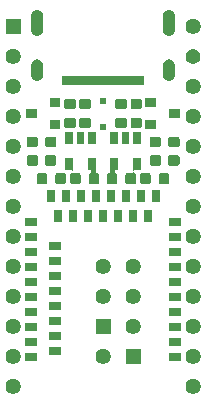
<source format=gts>
G04 #@! TF.GenerationSoftware,KiCad,Pcbnew,(5.1.6)-1*
G04 #@! TF.CreationDate,2020-10-03T02:05:24+08:00*
G04 #@! TF.ProjectId,nrfmicro,6e72666d-6963-4726-9f2e-6b696361645f,rev?*
G04 #@! TF.SameCoordinates,Original*
G04 #@! TF.FileFunction,Soldermask,Top*
G04 #@! TF.FilePolarity,Negative*
%FSLAX46Y46*%
G04 Gerber Fmt 4.6, Leading zero omitted, Abs format (unit mm)*
G04 Created by KiCad (PCBNEW (5.1.6)-1) date 2020-10-03 02:05:24*
%MOMM*%
%LPD*%
G01*
G04 APERTURE LIST*
%ADD10C,0.100000*%
G04 APERTURE END LIST*
D10*
G36*
X35526823Y-49869403D02*
G01*
X35584604Y-49893337D01*
X35642386Y-49917271D01*
X35746386Y-49986761D01*
X35834839Y-50075214D01*
X35904329Y-50179214D01*
X35952197Y-50294778D01*
X35976600Y-50417459D01*
X35976600Y-50542541D01*
X35952197Y-50665222D01*
X35904329Y-50780786D01*
X35834839Y-50884786D01*
X35746386Y-50973239D01*
X35642386Y-51042729D01*
X35584604Y-51066663D01*
X35526823Y-51090597D01*
X35404142Y-51115000D01*
X35279058Y-51115000D01*
X35156377Y-51090597D01*
X35098596Y-51066663D01*
X35040814Y-51042729D01*
X34936814Y-50973239D01*
X34848361Y-50884786D01*
X34778871Y-50780786D01*
X34731003Y-50665222D01*
X34706600Y-50542541D01*
X34706600Y-50417459D01*
X34731003Y-50294778D01*
X34778871Y-50179214D01*
X34848361Y-50075214D01*
X34936814Y-49986761D01*
X35040814Y-49917271D01*
X35098596Y-49893337D01*
X35156377Y-49869403D01*
X35279058Y-49845000D01*
X35404142Y-49845000D01*
X35526823Y-49869403D01*
G37*
G36*
X20286823Y-49869403D02*
G01*
X20344604Y-49893337D01*
X20402386Y-49917271D01*
X20506386Y-49986761D01*
X20594839Y-50075214D01*
X20664329Y-50179214D01*
X20712197Y-50294778D01*
X20736600Y-50417459D01*
X20736600Y-50542541D01*
X20712197Y-50665222D01*
X20664329Y-50780786D01*
X20594839Y-50884786D01*
X20506386Y-50973239D01*
X20402386Y-51042729D01*
X20344604Y-51066663D01*
X20286823Y-51090597D01*
X20164142Y-51115000D01*
X20039058Y-51115000D01*
X19916377Y-51090597D01*
X19858596Y-51066663D01*
X19800814Y-51042729D01*
X19696814Y-50973239D01*
X19608361Y-50884786D01*
X19538871Y-50780786D01*
X19491003Y-50665222D01*
X19466600Y-50542541D01*
X19466600Y-50417459D01*
X19491003Y-50294778D01*
X19538871Y-50179214D01*
X19608361Y-50075214D01*
X19696814Y-49986761D01*
X19800814Y-49917271D01*
X19858596Y-49893337D01*
X19916377Y-49869403D01*
X20039058Y-49845000D01*
X20164142Y-49845000D01*
X20286823Y-49869403D01*
G37*
G36*
X35526823Y-47329403D02*
G01*
X35584604Y-47353337D01*
X35642386Y-47377271D01*
X35746386Y-47446761D01*
X35834839Y-47535214D01*
X35904329Y-47639214D01*
X35952197Y-47754778D01*
X35976600Y-47877459D01*
X35976600Y-48002541D01*
X35952197Y-48125222D01*
X35904329Y-48240786D01*
X35834839Y-48344786D01*
X35746386Y-48433239D01*
X35642386Y-48502729D01*
X35584604Y-48526663D01*
X35526823Y-48550597D01*
X35404142Y-48575000D01*
X35279058Y-48575000D01*
X35156377Y-48550597D01*
X35098596Y-48526663D01*
X35040814Y-48502729D01*
X34936814Y-48433239D01*
X34848361Y-48344786D01*
X34778871Y-48240786D01*
X34731003Y-48125222D01*
X34706600Y-48002541D01*
X34706600Y-47877459D01*
X34731003Y-47754778D01*
X34778871Y-47639214D01*
X34848361Y-47535214D01*
X34936814Y-47446761D01*
X35040814Y-47377271D01*
X35098596Y-47353337D01*
X35156377Y-47329403D01*
X35279058Y-47305000D01*
X35404142Y-47305000D01*
X35526823Y-47329403D01*
G37*
G36*
X20286823Y-47329403D02*
G01*
X20344604Y-47353337D01*
X20402386Y-47377271D01*
X20506386Y-47446761D01*
X20594839Y-47535214D01*
X20664329Y-47639214D01*
X20712197Y-47754778D01*
X20736600Y-47877459D01*
X20736600Y-48002541D01*
X20712197Y-48125222D01*
X20664329Y-48240786D01*
X20594839Y-48344786D01*
X20506386Y-48433239D01*
X20402386Y-48502729D01*
X20344604Y-48526663D01*
X20286823Y-48550597D01*
X20164142Y-48575000D01*
X20039058Y-48575000D01*
X19916377Y-48550597D01*
X19858596Y-48526663D01*
X19800814Y-48502729D01*
X19696814Y-48433239D01*
X19608361Y-48344786D01*
X19538871Y-48240786D01*
X19491003Y-48125222D01*
X19466600Y-48002541D01*
X19466600Y-47877459D01*
X19491003Y-47754778D01*
X19538871Y-47639214D01*
X19608361Y-47535214D01*
X19696814Y-47446761D01*
X19800814Y-47377271D01*
X19858596Y-47353337D01*
X19916377Y-47329403D01*
X20039058Y-47305000D01*
X20164142Y-47305000D01*
X20286823Y-47329403D01*
G37*
G36*
X27906823Y-47329403D02*
G01*
X27964604Y-47353337D01*
X28022386Y-47377271D01*
X28126386Y-47446761D01*
X28214839Y-47535214D01*
X28284329Y-47639214D01*
X28332197Y-47754778D01*
X28356600Y-47877459D01*
X28356600Y-48002541D01*
X28332197Y-48125222D01*
X28284329Y-48240786D01*
X28214839Y-48344786D01*
X28126386Y-48433239D01*
X28022386Y-48502729D01*
X27964604Y-48526663D01*
X27906823Y-48550597D01*
X27784142Y-48575000D01*
X27659058Y-48575000D01*
X27536377Y-48550597D01*
X27478596Y-48526663D01*
X27420814Y-48502729D01*
X27316814Y-48433239D01*
X27228361Y-48344786D01*
X27158871Y-48240786D01*
X27111003Y-48125222D01*
X27086600Y-48002541D01*
X27086600Y-47877459D01*
X27111003Y-47754778D01*
X27158871Y-47639214D01*
X27228361Y-47535214D01*
X27316814Y-47446761D01*
X27420814Y-47377271D01*
X27478596Y-47353337D01*
X27536377Y-47329403D01*
X27659058Y-47305000D01*
X27784142Y-47305000D01*
X27906823Y-47329403D01*
G37*
G36*
X30896600Y-48575000D02*
G01*
X29626600Y-48575000D01*
X29626600Y-47305000D01*
X30896600Y-47305000D01*
X30896600Y-48575000D01*
G37*
G36*
X22101000Y-48325000D02*
G01*
X21101000Y-48325000D01*
X21101000Y-47675000D01*
X22101000Y-47675000D01*
X22101000Y-48325000D01*
G37*
G36*
X34339000Y-48325000D02*
G01*
X33339000Y-48325000D01*
X33339000Y-47675000D01*
X34339000Y-47675000D01*
X34339000Y-48325000D01*
G37*
G36*
X24179000Y-47817000D02*
G01*
X23179000Y-47817000D01*
X23179000Y-47167000D01*
X24179000Y-47167000D01*
X24179000Y-47817000D01*
G37*
G36*
X34339000Y-47055000D02*
G01*
X33339000Y-47055000D01*
X33339000Y-46405000D01*
X34339000Y-46405000D01*
X34339000Y-47055000D01*
G37*
G36*
X22101000Y-47055000D02*
G01*
X21101000Y-47055000D01*
X21101000Y-46405000D01*
X22101000Y-46405000D01*
X22101000Y-47055000D01*
G37*
G36*
X24179000Y-46547000D02*
G01*
X23179000Y-46547000D01*
X23179000Y-45897000D01*
X24179000Y-45897000D01*
X24179000Y-46547000D01*
G37*
G36*
X35526823Y-44789403D02*
G01*
X35584604Y-44813337D01*
X35642386Y-44837271D01*
X35746386Y-44906761D01*
X35834839Y-44995214D01*
X35904329Y-45099214D01*
X35952197Y-45214778D01*
X35976600Y-45337459D01*
X35976600Y-45462541D01*
X35952197Y-45585222D01*
X35904329Y-45700786D01*
X35834839Y-45804786D01*
X35746386Y-45893239D01*
X35642386Y-45962729D01*
X35584604Y-45986663D01*
X35526823Y-46010597D01*
X35404142Y-46035000D01*
X35279058Y-46035000D01*
X35156377Y-46010597D01*
X35098596Y-45986663D01*
X35040814Y-45962729D01*
X34936814Y-45893239D01*
X34848361Y-45804786D01*
X34778871Y-45700786D01*
X34731003Y-45585222D01*
X34706600Y-45462541D01*
X34706600Y-45337459D01*
X34731003Y-45214778D01*
X34778871Y-45099214D01*
X34848361Y-44995214D01*
X34936814Y-44906761D01*
X35040814Y-44837271D01*
X35098596Y-44813337D01*
X35156377Y-44789403D01*
X35279058Y-44765000D01*
X35404142Y-44765000D01*
X35526823Y-44789403D01*
G37*
G36*
X30446823Y-44789403D02*
G01*
X30504604Y-44813337D01*
X30562386Y-44837271D01*
X30666386Y-44906761D01*
X30754839Y-44995214D01*
X30824329Y-45099214D01*
X30872197Y-45214778D01*
X30896600Y-45337459D01*
X30896600Y-45462541D01*
X30872197Y-45585222D01*
X30824329Y-45700786D01*
X30754839Y-45804786D01*
X30666386Y-45893239D01*
X30562386Y-45962729D01*
X30504604Y-45986663D01*
X30446823Y-46010597D01*
X30324142Y-46035000D01*
X30199058Y-46035000D01*
X30076377Y-46010597D01*
X30018596Y-45986663D01*
X29960814Y-45962729D01*
X29856814Y-45893239D01*
X29768361Y-45804786D01*
X29698871Y-45700786D01*
X29651003Y-45585222D01*
X29626600Y-45462541D01*
X29626600Y-45337459D01*
X29651003Y-45214778D01*
X29698871Y-45099214D01*
X29768361Y-44995214D01*
X29856814Y-44906761D01*
X29960814Y-44837271D01*
X30018596Y-44813337D01*
X30076377Y-44789403D01*
X30199058Y-44765000D01*
X30324142Y-44765000D01*
X30446823Y-44789403D01*
G37*
G36*
X28356600Y-46035000D02*
G01*
X27086600Y-46035000D01*
X27086600Y-44765000D01*
X28356600Y-44765000D01*
X28356600Y-46035000D01*
G37*
G36*
X20286823Y-44789403D02*
G01*
X20344604Y-44813337D01*
X20402386Y-44837271D01*
X20506386Y-44906761D01*
X20594839Y-44995214D01*
X20664329Y-45099214D01*
X20712197Y-45214778D01*
X20736600Y-45337459D01*
X20736600Y-45462541D01*
X20712197Y-45585222D01*
X20664329Y-45700786D01*
X20594839Y-45804786D01*
X20506386Y-45893239D01*
X20402386Y-45962729D01*
X20344604Y-45986663D01*
X20286823Y-46010597D01*
X20164142Y-46035000D01*
X20039058Y-46035000D01*
X19916377Y-46010597D01*
X19858596Y-45986663D01*
X19800814Y-45962729D01*
X19696814Y-45893239D01*
X19608361Y-45804786D01*
X19538871Y-45700786D01*
X19491003Y-45585222D01*
X19466600Y-45462541D01*
X19466600Y-45337459D01*
X19491003Y-45214778D01*
X19538871Y-45099214D01*
X19608361Y-44995214D01*
X19696814Y-44906761D01*
X19800814Y-44837271D01*
X19858596Y-44813337D01*
X19916377Y-44789403D01*
X20039058Y-44765000D01*
X20164142Y-44765000D01*
X20286823Y-44789403D01*
G37*
G36*
X22101000Y-45785000D02*
G01*
X21101000Y-45785000D01*
X21101000Y-45135000D01*
X22101000Y-45135000D01*
X22101000Y-45785000D01*
G37*
G36*
X34339000Y-45785000D02*
G01*
X33339000Y-45785000D01*
X33339000Y-45135000D01*
X34339000Y-45135000D01*
X34339000Y-45785000D01*
G37*
G36*
X24179000Y-45277000D02*
G01*
X23179000Y-45277000D01*
X23179000Y-44627000D01*
X24179000Y-44627000D01*
X24179000Y-45277000D01*
G37*
G36*
X22101000Y-44515000D02*
G01*
X21101000Y-44515000D01*
X21101000Y-43865000D01*
X22101000Y-43865000D01*
X22101000Y-44515000D01*
G37*
G36*
X34339000Y-44515000D02*
G01*
X33339000Y-44515000D01*
X33339000Y-43865000D01*
X34339000Y-43865000D01*
X34339000Y-44515000D01*
G37*
G36*
X24179000Y-44007000D02*
G01*
X23179000Y-44007000D01*
X23179000Y-43357000D01*
X24179000Y-43357000D01*
X24179000Y-44007000D01*
G37*
G36*
X30446823Y-42249403D02*
G01*
X30504604Y-42273337D01*
X30562386Y-42297271D01*
X30666386Y-42366761D01*
X30754839Y-42455214D01*
X30824329Y-42559214D01*
X30872197Y-42674778D01*
X30896600Y-42797459D01*
X30896600Y-42922541D01*
X30872197Y-43045222D01*
X30824329Y-43160786D01*
X30754839Y-43264786D01*
X30666386Y-43353239D01*
X30562386Y-43422729D01*
X30504604Y-43446663D01*
X30446823Y-43470597D01*
X30324142Y-43495000D01*
X30199058Y-43495000D01*
X30076377Y-43470597D01*
X30018596Y-43446663D01*
X29960814Y-43422729D01*
X29856814Y-43353239D01*
X29768361Y-43264786D01*
X29698871Y-43160786D01*
X29651003Y-43045222D01*
X29626600Y-42922541D01*
X29626600Y-42797459D01*
X29651003Y-42674778D01*
X29698871Y-42559214D01*
X29768361Y-42455214D01*
X29856814Y-42366761D01*
X29960814Y-42297271D01*
X30018596Y-42273337D01*
X30076377Y-42249403D01*
X30199058Y-42225000D01*
X30324142Y-42225000D01*
X30446823Y-42249403D01*
G37*
G36*
X35526823Y-42249403D02*
G01*
X35584604Y-42273337D01*
X35642386Y-42297271D01*
X35746386Y-42366761D01*
X35834839Y-42455214D01*
X35904329Y-42559214D01*
X35952197Y-42674778D01*
X35976600Y-42797459D01*
X35976600Y-42922541D01*
X35952197Y-43045222D01*
X35904329Y-43160786D01*
X35834839Y-43264786D01*
X35746386Y-43353239D01*
X35642386Y-43422729D01*
X35584604Y-43446663D01*
X35526823Y-43470597D01*
X35404142Y-43495000D01*
X35279058Y-43495000D01*
X35156377Y-43470597D01*
X35098596Y-43446663D01*
X35040814Y-43422729D01*
X34936814Y-43353239D01*
X34848361Y-43264786D01*
X34778871Y-43160786D01*
X34731003Y-43045222D01*
X34706600Y-42922541D01*
X34706600Y-42797459D01*
X34731003Y-42674778D01*
X34778871Y-42559214D01*
X34848361Y-42455214D01*
X34936814Y-42366761D01*
X35040814Y-42297271D01*
X35098596Y-42273337D01*
X35156377Y-42249403D01*
X35279058Y-42225000D01*
X35404142Y-42225000D01*
X35526823Y-42249403D01*
G37*
G36*
X27906823Y-42249403D02*
G01*
X27964604Y-42273337D01*
X28022386Y-42297271D01*
X28126386Y-42366761D01*
X28214839Y-42455214D01*
X28284329Y-42559214D01*
X28332197Y-42674778D01*
X28356600Y-42797459D01*
X28356600Y-42922541D01*
X28332197Y-43045222D01*
X28284329Y-43160786D01*
X28214839Y-43264786D01*
X28126386Y-43353239D01*
X28022386Y-43422729D01*
X27964604Y-43446663D01*
X27906823Y-43470597D01*
X27784142Y-43495000D01*
X27659058Y-43495000D01*
X27536377Y-43470597D01*
X27478596Y-43446663D01*
X27420814Y-43422729D01*
X27316814Y-43353239D01*
X27228361Y-43264786D01*
X27158871Y-43160786D01*
X27111003Y-43045222D01*
X27086600Y-42922541D01*
X27086600Y-42797459D01*
X27111003Y-42674778D01*
X27158871Y-42559214D01*
X27228361Y-42455214D01*
X27316814Y-42366761D01*
X27420814Y-42297271D01*
X27478596Y-42273337D01*
X27536377Y-42249403D01*
X27659058Y-42225000D01*
X27784142Y-42225000D01*
X27906823Y-42249403D01*
G37*
G36*
X20286823Y-42249403D02*
G01*
X20344604Y-42273337D01*
X20402386Y-42297271D01*
X20506386Y-42366761D01*
X20594839Y-42455214D01*
X20664329Y-42559214D01*
X20712197Y-42674778D01*
X20736600Y-42797459D01*
X20736600Y-42922541D01*
X20712197Y-43045222D01*
X20664329Y-43160786D01*
X20594839Y-43264786D01*
X20506386Y-43353239D01*
X20402386Y-43422729D01*
X20344604Y-43446663D01*
X20286823Y-43470597D01*
X20164142Y-43495000D01*
X20039058Y-43495000D01*
X19916377Y-43470597D01*
X19858596Y-43446663D01*
X19800814Y-43422729D01*
X19696814Y-43353239D01*
X19608361Y-43264786D01*
X19538871Y-43160786D01*
X19491003Y-43045222D01*
X19466600Y-42922541D01*
X19466600Y-42797459D01*
X19491003Y-42674778D01*
X19538871Y-42559214D01*
X19608361Y-42455214D01*
X19696814Y-42366761D01*
X19800814Y-42297271D01*
X19858596Y-42273337D01*
X19916377Y-42249403D01*
X20039058Y-42225000D01*
X20164142Y-42225000D01*
X20286823Y-42249403D01*
G37*
G36*
X34339000Y-43245000D02*
G01*
X33339000Y-43245000D01*
X33339000Y-42595000D01*
X34339000Y-42595000D01*
X34339000Y-43245000D01*
G37*
G36*
X22101000Y-43245000D02*
G01*
X21101000Y-43245000D01*
X21101000Y-42595000D01*
X22101000Y-42595000D01*
X22101000Y-43245000D01*
G37*
G36*
X24179000Y-42737000D02*
G01*
X23179000Y-42737000D01*
X23179000Y-42087000D01*
X24179000Y-42087000D01*
X24179000Y-42737000D01*
G37*
G36*
X34339000Y-41975000D02*
G01*
X33339000Y-41975000D01*
X33339000Y-41325000D01*
X34339000Y-41325000D01*
X34339000Y-41975000D01*
G37*
G36*
X22101000Y-41975000D02*
G01*
X21101000Y-41975000D01*
X21101000Y-41325000D01*
X22101000Y-41325000D01*
X22101000Y-41975000D01*
G37*
G36*
X24179000Y-41467000D02*
G01*
X23179000Y-41467000D01*
X23179000Y-40817000D01*
X24179000Y-40817000D01*
X24179000Y-41467000D01*
G37*
G36*
X30446823Y-39709403D02*
G01*
X30504604Y-39733337D01*
X30562386Y-39757271D01*
X30666386Y-39826761D01*
X30754839Y-39915214D01*
X30824329Y-40019214D01*
X30872197Y-40134778D01*
X30896600Y-40257459D01*
X30896600Y-40382541D01*
X30872197Y-40505222D01*
X30824329Y-40620786D01*
X30754839Y-40724786D01*
X30666386Y-40813239D01*
X30562386Y-40882729D01*
X30504604Y-40906663D01*
X30446823Y-40930597D01*
X30324142Y-40955000D01*
X30199058Y-40955000D01*
X30076377Y-40930597D01*
X30018596Y-40906663D01*
X29960814Y-40882729D01*
X29856814Y-40813239D01*
X29768361Y-40724786D01*
X29698871Y-40620786D01*
X29651003Y-40505222D01*
X29626600Y-40382541D01*
X29626600Y-40257459D01*
X29651003Y-40134778D01*
X29698871Y-40019214D01*
X29768361Y-39915214D01*
X29856814Y-39826761D01*
X29960814Y-39757271D01*
X30018596Y-39733337D01*
X30076377Y-39709403D01*
X30199058Y-39685000D01*
X30324142Y-39685000D01*
X30446823Y-39709403D01*
G37*
G36*
X20286823Y-39709403D02*
G01*
X20344604Y-39733337D01*
X20402386Y-39757271D01*
X20506386Y-39826761D01*
X20594839Y-39915214D01*
X20664329Y-40019214D01*
X20712197Y-40134778D01*
X20736600Y-40257459D01*
X20736600Y-40382541D01*
X20712197Y-40505222D01*
X20664329Y-40620786D01*
X20594839Y-40724786D01*
X20506386Y-40813239D01*
X20402386Y-40882729D01*
X20344604Y-40906663D01*
X20286823Y-40930597D01*
X20164142Y-40955000D01*
X20039058Y-40955000D01*
X19916377Y-40930597D01*
X19858596Y-40906663D01*
X19800814Y-40882729D01*
X19696814Y-40813239D01*
X19608361Y-40724786D01*
X19538871Y-40620786D01*
X19491003Y-40505222D01*
X19466600Y-40382541D01*
X19466600Y-40257459D01*
X19491003Y-40134778D01*
X19538871Y-40019214D01*
X19608361Y-39915214D01*
X19696814Y-39826761D01*
X19800814Y-39757271D01*
X19858596Y-39733337D01*
X19916377Y-39709403D01*
X20039058Y-39685000D01*
X20164142Y-39685000D01*
X20286823Y-39709403D01*
G37*
G36*
X27906823Y-39709403D02*
G01*
X27964604Y-39733337D01*
X28022386Y-39757271D01*
X28126386Y-39826761D01*
X28214839Y-39915214D01*
X28284329Y-40019214D01*
X28332197Y-40134778D01*
X28356600Y-40257459D01*
X28356600Y-40382541D01*
X28332197Y-40505222D01*
X28284329Y-40620786D01*
X28214839Y-40724786D01*
X28126386Y-40813239D01*
X28022386Y-40882729D01*
X27964604Y-40906663D01*
X27906823Y-40930597D01*
X27784142Y-40955000D01*
X27659058Y-40955000D01*
X27536377Y-40930597D01*
X27478596Y-40906663D01*
X27420814Y-40882729D01*
X27316814Y-40813239D01*
X27228361Y-40724786D01*
X27158871Y-40620786D01*
X27111003Y-40505222D01*
X27086600Y-40382541D01*
X27086600Y-40257459D01*
X27111003Y-40134778D01*
X27158871Y-40019214D01*
X27228361Y-39915214D01*
X27316814Y-39826761D01*
X27420814Y-39757271D01*
X27478596Y-39733337D01*
X27536377Y-39709403D01*
X27659058Y-39685000D01*
X27784142Y-39685000D01*
X27906823Y-39709403D01*
G37*
G36*
X35526823Y-39709403D02*
G01*
X35584604Y-39733337D01*
X35642386Y-39757271D01*
X35746386Y-39826761D01*
X35834839Y-39915214D01*
X35904329Y-40019214D01*
X35952197Y-40134778D01*
X35976600Y-40257459D01*
X35976600Y-40382541D01*
X35952197Y-40505222D01*
X35904329Y-40620786D01*
X35834839Y-40724786D01*
X35746386Y-40813239D01*
X35642386Y-40882729D01*
X35584604Y-40906663D01*
X35526823Y-40930597D01*
X35404142Y-40955000D01*
X35279058Y-40955000D01*
X35156377Y-40930597D01*
X35098596Y-40906663D01*
X35040814Y-40882729D01*
X34936814Y-40813239D01*
X34848361Y-40724786D01*
X34778871Y-40620786D01*
X34731003Y-40505222D01*
X34706600Y-40382541D01*
X34706600Y-40257459D01*
X34731003Y-40134778D01*
X34778871Y-40019214D01*
X34848361Y-39915214D01*
X34936814Y-39826761D01*
X35040814Y-39757271D01*
X35098596Y-39733337D01*
X35156377Y-39709403D01*
X35279058Y-39685000D01*
X35404142Y-39685000D01*
X35526823Y-39709403D01*
G37*
G36*
X22101000Y-40705000D02*
G01*
X21101000Y-40705000D01*
X21101000Y-40055000D01*
X22101000Y-40055000D01*
X22101000Y-40705000D01*
G37*
G36*
X34339000Y-40705000D02*
G01*
X33339000Y-40705000D01*
X33339000Y-40055000D01*
X34339000Y-40055000D01*
X34339000Y-40705000D01*
G37*
G36*
X24179000Y-40197000D02*
G01*
X23179000Y-40197000D01*
X23179000Y-39547000D01*
X24179000Y-39547000D01*
X24179000Y-40197000D01*
G37*
G36*
X22101000Y-39435000D02*
G01*
X21101000Y-39435000D01*
X21101000Y-38785000D01*
X22101000Y-38785000D01*
X22101000Y-39435000D01*
G37*
G36*
X34339000Y-39435000D02*
G01*
X33339000Y-39435000D01*
X33339000Y-38785000D01*
X34339000Y-38785000D01*
X34339000Y-39435000D01*
G37*
G36*
X24179000Y-38927000D02*
G01*
X23179000Y-38927000D01*
X23179000Y-38277000D01*
X24179000Y-38277000D01*
X24179000Y-38927000D01*
G37*
G36*
X20286823Y-37169403D02*
G01*
X20344604Y-37193337D01*
X20402386Y-37217271D01*
X20506386Y-37286761D01*
X20594839Y-37375214D01*
X20664329Y-37479214D01*
X20712197Y-37594778D01*
X20736600Y-37717459D01*
X20736600Y-37842541D01*
X20712197Y-37965222D01*
X20664329Y-38080786D01*
X20594839Y-38184786D01*
X20506386Y-38273239D01*
X20402386Y-38342729D01*
X20344604Y-38366663D01*
X20286823Y-38390597D01*
X20164142Y-38415000D01*
X20039058Y-38415000D01*
X19916377Y-38390597D01*
X19858596Y-38366663D01*
X19800814Y-38342729D01*
X19696814Y-38273239D01*
X19608361Y-38184786D01*
X19538871Y-38080786D01*
X19491003Y-37965222D01*
X19466600Y-37842541D01*
X19466600Y-37717459D01*
X19491003Y-37594778D01*
X19538871Y-37479214D01*
X19608361Y-37375214D01*
X19696814Y-37286761D01*
X19800814Y-37217271D01*
X19858596Y-37193337D01*
X19916377Y-37169403D01*
X20039058Y-37145000D01*
X20164142Y-37145000D01*
X20286823Y-37169403D01*
G37*
G36*
X35526823Y-37169403D02*
G01*
X35584604Y-37193337D01*
X35642386Y-37217271D01*
X35746386Y-37286761D01*
X35834839Y-37375214D01*
X35904329Y-37479214D01*
X35952197Y-37594778D01*
X35976600Y-37717459D01*
X35976600Y-37842541D01*
X35952197Y-37965222D01*
X35904329Y-38080786D01*
X35834839Y-38184786D01*
X35746386Y-38273239D01*
X35642386Y-38342729D01*
X35584604Y-38366663D01*
X35526823Y-38390597D01*
X35404142Y-38415000D01*
X35279058Y-38415000D01*
X35156377Y-38390597D01*
X35098596Y-38366663D01*
X35040814Y-38342729D01*
X34936814Y-38273239D01*
X34848361Y-38184786D01*
X34778871Y-38080786D01*
X34731003Y-37965222D01*
X34706600Y-37842541D01*
X34706600Y-37717459D01*
X34731003Y-37594778D01*
X34778871Y-37479214D01*
X34848361Y-37375214D01*
X34936814Y-37286761D01*
X35040814Y-37217271D01*
X35098596Y-37193337D01*
X35156377Y-37169403D01*
X35279058Y-37145000D01*
X35404142Y-37145000D01*
X35526823Y-37169403D01*
G37*
G36*
X22101000Y-38165000D02*
G01*
X21101000Y-38165000D01*
X21101000Y-37515000D01*
X22101000Y-37515000D01*
X22101000Y-38165000D01*
G37*
G36*
X34339000Y-38165000D02*
G01*
X33339000Y-38165000D01*
X33339000Y-37515000D01*
X34339000Y-37515000D01*
X34339000Y-38165000D01*
G37*
G36*
X22101000Y-36895000D02*
G01*
X21101000Y-36895000D01*
X21101000Y-36245000D01*
X22101000Y-36245000D01*
X22101000Y-36895000D01*
G37*
G36*
X34339000Y-36895000D02*
G01*
X33339000Y-36895000D01*
X33339000Y-36245000D01*
X34339000Y-36245000D01*
X34339000Y-36895000D01*
G37*
G36*
X24258000Y-36562000D02*
G01*
X23608000Y-36562000D01*
X23608000Y-35562000D01*
X24258000Y-35562000D01*
X24258000Y-36562000D01*
G37*
G36*
X30608000Y-36562000D02*
G01*
X29958000Y-36562000D01*
X29958000Y-35562000D01*
X30608000Y-35562000D01*
X30608000Y-36562000D01*
G37*
G36*
X25528000Y-36562000D02*
G01*
X24878000Y-36562000D01*
X24878000Y-35562000D01*
X25528000Y-35562000D01*
X25528000Y-36562000D01*
G37*
G36*
X28068000Y-36562000D02*
G01*
X27418000Y-36562000D01*
X27418000Y-35562000D01*
X28068000Y-35562000D01*
X28068000Y-36562000D01*
G37*
G36*
X26798000Y-36562000D02*
G01*
X26148000Y-36562000D01*
X26148000Y-35562000D01*
X26798000Y-35562000D01*
X26798000Y-36562000D01*
G37*
G36*
X29338000Y-36562000D02*
G01*
X28688000Y-36562000D01*
X28688000Y-35562000D01*
X29338000Y-35562000D01*
X29338000Y-36562000D01*
G37*
G36*
X31878000Y-36562000D02*
G01*
X31228000Y-36562000D01*
X31228000Y-35562000D01*
X31878000Y-35562000D01*
X31878000Y-36562000D01*
G37*
G36*
X35526823Y-34629403D02*
G01*
X35584604Y-34653337D01*
X35642386Y-34677271D01*
X35746386Y-34746761D01*
X35834839Y-34835214D01*
X35904329Y-34939214D01*
X35952197Y-35054778D01*
X35976600Y-35177459D01*
X35976600Y-35302541D01*
X35952197Y-35425222D01*
X35904329Y-35540786D01*
X35834839Y-35644786D01*
X35746386Y-35733239D01*
X35642386Y-35802729D01*
X35584604Y-35826663D01*
X35526823Y-35850597D01*
X35404142Y-35875000D01*
X35279058Y-35875000D01*
X35156377Y-35850597D01*
X35098596Y-35826663D01*
X35040814Y-35802729D01*
X34936814Y-35733239D01*
X34848361Y-35644786D01*
X34778871Y-35540786D01*
X34731003Y-35425222D01*
X34706600Y-35302541D01*
X34706600Y-35177459D01*
X34731003Y-35054778D01*
X34778871Y-34939214D01*
X34848361Y-34835214D01*
X34936814Y-34746761D01*
X35040814Y-34677271D01*
X35098596Y-34653337D01*
X35156377Y-34629403D01*
X35279058Y-34605000D01*
X35404142Y-34605000D01*
X35526823Y-34629403D01*
G37*
G36*
X20286823Y-34629403D02*
G01*
X20344604Y-34653337D01*
X20402386Y-34677271D01*
X20506386Y-34746761D01*
X20594839Y-34835214D01*
X20664329Y-34939214D01*
X20712197Y-35054778D01*
X20736600Y-35177459D01*
X20736600Y-35302541D01*
X20712197Y-35425222D01*
X20664329Y-35540786D01*
X20594839Y-35644786D01*
X20506386Y-35733239D01*
X20402386Y-35802729D01*
X20344604Y-35826663D01*
X20286823Y-35850597D01*
X20164142Y-35875000D01*
X20039058Y-35875000D01*
X19916377Y-35850597D01*
X19858596Y-35826663D01*
X19800814Y-35802729D01*
X19696814Y-35733239D01*
X19608361Y-35644786D01*
X19538871Y-35540786D01*
X19491003Y-35425222D01*
X19466600Y-35302541D01*
X19466600Y-35177459D01*
X19491003Y-35054778D01*
X19538871Y-34939214D01*
X19608361Y-34835214D01*
X19696814Y-34746761D01*
X19800814Y-34677271D01*
X19858596Y-34653337D01*
X19916377Y-34629403D01*
X20039058Y-34605000D01*
X20164142Y-34605000D01*
X20286823Y-34629403D01*
G37*
G36*
X29975000Y-34851000D02*
G01*
X29325000Y-34851000D01*
X29325000Y-33851000D01*
X29975000Y-33851000D01*
X29975000Y-34851000D01*
G37*
G36*
X28705000Y-34851000D02*
G01*
X28055000Y-34851000D01*
X28055000Y-33851000D01*
X28705000Y-33851000D01*
X28705000Y-34851000D01*
G37*
G36*
X27435000Y-34851000D02*
G01*
X26785000Y-34851000D01*
X26785000Y-33851000D01*
X27435000Y-33851000D01*
X27435000Y-34851000D01*
G37*
G36*
X24895000Y-34851000D02*
G01*
X24245000Y-34851000D01*
X24245000Y-33851000D01*
X24895000Y-33851000D01*
X24895000Y-34851000D01*
G37*
G36*
X23625000Y-34851000D02*
G01*
X22975000Y-34851000D01*
X22975000Y-33851000D01*
X23625000Y-33851000D01*
X23625000Y-34851000D01*
G37*
G36*
X31245000Y-34851000D02*
G01*
X30595000Y-34851000D01*
X30595000Y-33851000D01*
X31245000Y-33851000D01*
X31245000Y-34851000D01*
G37*
G36*
X32515000Y-34851000D02*
G01*
X31865000Y-34851000D01*
X31865000Y-33851000D01*
X32515000Y-33851000D01*
X32515000Y-34851000D01*
G37*
G36*
X26165000Y-34851000D02*
G01*
X25515000Y-34851000D01*
X25515000Y-33851000D01*
X26165000Y-33851000D01*
X26165000Y-34851000D01*
G37*
G36*
X25191600Y-32300001D02*
G01*
X25194002Y-32324387D01*
X25201115Y-32347836D01*
X25212666Y-32369447D01*
X25228211Y-32388389D01*
X25247153Y-32403934D01*
X25268764Y-32415485D01*
X25292213Y-32422598D01*
X25316599Y-32425000D01*
X25662610Y-32425000D01*
X25699116Y-32428595D01*
X25728311Y-32437452D01*
X25755223Y-32451837D01*
X25778808Y-32471192D01*
X25798163Y-32494777D01*
X25812548Y-32521689D01*
X25821405Y-32550884D01*
X25825000Y-32587390D01*
X25825000Y-33212610D01*
X25821405Y-33249116D01*
X25812548Y-33278311D01*
X25798163Y-33305223D01*
X25778808Y-33328808D01*
X25755223Y-33348163D01*
X25728311Y-33362548D01*
X25699116Y-33371405D01*
X25662610Y-33375000D01*
X25112390Y-33375000D01*
X25075884Y-33371405D01*
X25046689Y-33362548D01*
X25019777Y-33348163D01*
X24996192Y-33328808D01*
X24976837Y-33305223D01*
X24962452Y-33278311D01*
X24953595Y-33249116D01*
X24950000Y-33212610D01*
X24950000Y-32587390D01*
X24953595Y-32550884D01*
X24962452Y-32521689D01*
X24976837Y-32494777D01*
X24996192Y-32471192D01*
X25019777Y-32451837D01*
X25046690Y-32437452D01*
X25065930Y-32431615D01*
X25088569Y-32422238D01*
X25108943Y-32408624D01*
X25126270Y-32391297D01*
X25139884Y-32370922D01*
X25149261Y-32348283D01*
X25154041Y-32324250D01*
X25154041Y-32299746D01*
X25149260Y-32275713D01*
X25139883Y-32253074D01*
X25126269Y-32232700D01*
X25108942Y-32215373D01*
X25088567Y-32201759D01*
X25065928Y-32192382D01*
X25029644Y-32187000D01*
X24541600Y-32187000D01*
X24541600Y-31127000D01*
X25191600Y-31127000D01*
X25191600Y-32300001D01*
G37*
G36*
X29001600Y-32187000D02*
G01*
X28845356Y-32187000D01*
X28820970Y-32189402D01*
X28797521Y-32196515D01*
X28775910Y-32208066D01*
X28756968Y-32223611D01*
X28741423Y-32242553D01*
X28729872Y-32264164D01*
X28722759Y-32287613D01*
X28720357Y-32311999D01*
X28722759Y-32336385D01*
X28729872Y-32359834D01*
X28741423Y-32381445D01*
X28756968Y-32400387D01*
X28775910Y-32415932D01*
X28809070Y-32431615D01*
X28828310Y-32437452D01*
X28855223Y-32451837D01*
X28878808Y-32471192D01*
X28898163Y-32494777D01*
X28912548Y-32521689D01*
X28921405Y-32550884D01*
X28925000Y-32587390D01*
X28925000Y-33212610D01*
X28921405Y-33249116D01*
X28912548Y-33278311D01*
X28898163Y-33305223D01*
X28878808Y-33328808D01*
X28855223Y-33348163D01*
X28828311Y-33362548D01*
X28799116Y-33371405D01*
X28762610Y-33375000D01*
X28212390Y-33375000D01*
X28175884Y-33371405D01*
X28146689Y-33362548D01*
X28119777Y-33348163D01*
X28096192Y-33328808D01*
X28076837Y-33305223D01*
X28062452Y-33278311D01*
X28053595Y-33249116D01*
X28050000Y-33212610D01*
X28050000Y-32587390D01*
X28053595Y-32550884D01*
X28062452Y-32521689D01*
X28076837Y-32494777D01*
X28096192Y-32471192D01*
X28119777Y-32451837D01*
X28146689Y-32437452D01*
X28175884Y-32428595D01*
X28212390Y-32425000D01*
X28226601Y-32425000D01*
X28250987Y-32422598D01*
X28274436Y-32415485D01*
X28296047Y-32403934D01*
X28314989Y-32388389D01*
X28330534Y-32369447D01*
X28342085Y-32347836D01*
X28349198Y-32324387D01*
X28351600Y-32300001D01*
X28351600Y-31127000D01*
X29001600Y-31127000D01*
X29001600Y-32187000D01*
G37*
G36*
X27091600Y-32300001D02*
G01*
X27094002Y-32324387D01*
X27101115Y-32347836D01*
X27112666Y-32369447D01*
X27128211Y-32388389D01*
X27147153Y-32403934D01*
X27168764Y-32415485D01*
X27192213Y-32422598D01*
X27216599Y-32425000D01*
X27237610Y-32425000D01*
X27274116Y-32428595D01*
X27303311Y-32437452D01*
X27330223Y-32451837D01*
X27353808Y-32471192D01*
X27373163Y-32494777D01*
X27387548Y-32521689D01*
X27396405Y-32550884D01*
X27400000Y-32587390D01*
X27400000Y-33212610D01*
X27396405Y-33249116D01*
X27387548Y-33278311D01*
X27373163Y-33305223D01*
X27353808Y-33328808D01*
X27330223Y-33348163D01*
X27303311Y-33362548D01*
X27274116Y-33371405D01*
X27237610Y-33375000D01*
X26687390Y-33375000D01*
X26650884Y-33371405D01*
X26621689Y-33362548D01*
X26594777Y-33348163D01*
X26571192Y-33328808D01*
X26551837Y-33305223D01*
X26537452Y-33278311D01*
X26528595Y-33249116D01*
X26525000Y-33212610D01*
X26525000Y-32587390D01*
X26528595Y-32550884D01*
X26537452Y-32521689D01*
X26551837Y-32494777D01*
X26571192Y-32471192D01*
X26594777Y-32451837D01*
X26621690Y-32437452D01*
X26640930Y-32431615D01*
X26663569Y-32422238D01*
X26683943Y-32408624D01*
X26701270Y-32391297D01*
X26714884Y-32370922D01*
X26724261Y-32348283D01*
X26729041Y-32324250D01*
X26729041Y-32299746D01*
X26724260Y-32275713D01*
X26714883Y-32253074D01*
X26701269Y-32232700D01*
X26683942Y-32215373D01*
X26663567Y-32201759D01*
X26640928Y-32192382D01*
X26604644Y-32187000D01*
X26441600Y-32187000D01*
X26441600Y-31127000D01*
X27091600Y-31127000D01*
X27091600Y-32300001D01*
G37*
G36*
X24446570Y-32431615D02*
G01*
X24465810Y-32437452D01*
X24492723Y-32451837D01*
X24516308Y-32471192D01*
X24535663Y-32494777D01*
X24550048Y-32521689D01*
X24558905Y-32550884D01*
X24562500Y-32587390D01*
X24562500Y-33212610D01*
X24558905Y-33249116D01*
X24550048Y-33278311D01*
X24535663Y-33305223D01*
X24516308Y-33328808D01*
X24492723Y-33348163D01*
X24465811Y-33362548D01*
X24436616Y-33371405D01*
X24400110Y-33375000D01*
X23849890Y-33375000D01*
X23813384Y-33371405D01*
X23784189Y-33362548D01*
X23757277Y-33348163D01*
X23733692Y-33328808D01*
X23714337Y-33305223D01*
X23699952Y-33278311D01*
X23691095Y-33249116D01*
X23687500Y-33212610D01*
X23687500Y-32587390D01*
X23691095Y-32550884D01*
X23699952Y-32521689D01*
X23714337Y-32494777D01*
X23733692Y-32471192D01*
X23757277Y-32451837D01*
X23784189Y-32437452D01*
X23813384Y-32428595D01*
X23849890Y-32425000D01*
X24400109Y-32425000D01*
X24404355Y-32425418D01*
X24428859Y-32425417D01*
X24432101Y-32424772D01*
X24446570Y-32431615D01*
G37*
G36*
X22861616Y-32428595D02*
G01*
X22890811Y-32437452D01*
X22917723Y-32451837D01*
X22941308Y-32471192D01*
X22960663Y-32494777D01*
X22975048Y-32521689D01*
X22983905Y-32550884D01*
X22987500Y-32587390D01*
X22987500Y-33212610D01*
X22983905Y-33249116D01*
X22975048Y-33278311D01*
X22960663Y-33305223D01*
X22941308Y-33328808D01*
X22917723Y-33348163D01*
X22890811Y-33362548D01*
X22861616Y-33371405D01*
X22825110Y-33375000D01*
X22274890Y-33375000D01*
X22238384Y-33371405D01*
X22209189Y-33362548D01*
X22182277Y-33348163D01*
X22158692Y-33328808D01*
X22139337Y-33305223D01*
X22124952Y-33278311D01*
X22116095Y-33249116D01*
X22112500Y-33212610D01*
X22112500Y-32587390D01*
X22116095Y-32550884D01*
X22124952Y-32521689D01*
X22139337Y-32494777D01*
X22158692Y-32471192D01*
X22182277Y-32451837D01*
X22209189Y-32437452D01*
X22238384Y-32428595D01*
X22274890Y-32425000D01*
X22825110Y-32425000D01*
X22861616Y-32428595D01*
G37*
G36*
X30901600Y-32187000D02*
G01*
X30420356Y-32187000D01*
X30395970Y-32189402D01*
X30372521Y-32196515D01*
X30350910Y-32208066D01*
X30331968Y-32223611D01*
X30316423Y-32242553D01*
X30304872Y-32264164D01*
X30297759Y-32287613D01*
X30295357Y-32311999D01*
X30297759Y-32336385D01*
X30304872Y-32359834D01*
X30316423Y-32381445D01*
X30331968Y-32400387D01*
X30350910Y-32415932D01*
X30384070Y-32431615D01*
X30403310Y-32437452D01*
X30430223Y-32451837D01*
X30453808Y-32471192D01*
X30473163Y-32494777D01*
X30487548Y-32521689D01*
X30496405Y-32550884D01*
X30500000Y-32587390D01*
X30500000Y-33212610D01*
X30496405Y-33249116D01*
X30487548Y-33278311D01*
X30473163Y-33305223D01*
X30453808Y-33328808D01*
X30430223Y-33348163D01*
X30403311Y-33362548D01*
X30374116Y-33371405D01*
X30337610Y-33375000D01*
X29787390Y-33375000D01*
X29750884Y-33371405D01*
X29721689Y-33362548D01*
X29694777Y-33348163D01*
X29671192Y-33328808D01*
X29651837Y-33305223D01*
X29637452Y-33278311D01*
X29628595Y-33249116D01*
X29625000Y-33212610D01*
X29625000Y-32587390D01*
X29628595Y-32550884D01*
X29637452Y-32521689D01*
X29651837Y-32494777D01*
X29671192Y-32471192D01*
X29694777Y-32451837D01*
X29721689Y-32437452D01*
X29750884Y-32428595D01*
X29787390Y-32425000D01*
X30126601Y-32425000D01*
X30150987Y-32422598D01*
X30174436Y-32415485D01*
X30196047Y-32403934D01*
X30214989Y-32388389D01*
X30230534Y-32369447D01*
X30242085Y-32347836D01*
X30249198Y-32324387D01*
X30251600Y-32300001D01*
X30251600Y-31127000D01*
X30901600Y-31127000D01*
X30901600Y-32187000D01*
G37*
G36*
X31031250Y-32424483D02*
G01*
X31031250Y-32425000D01*
X31587610Y-32425000D01*
X31624116Y-32428595D01*
X31653311Y-32437452D01*
X31680223Y-32451837D01*
X31703808Y-32471192D01*
X31723163Y-32494777D01*
X31737548Y-32521689D01*
X31746405Y-32550884D01*
X31750000Y-32587390D01*
X31750000Y-33212610D01*
X31746405Y-33249116D01*
X31737548Y-33278311D01*
X31723163Y-33305223D01*
X31703808Y-33328808D01*
X31680223Y-33348163D01*
X31653311Y-33362548D01*
X31624116Y-33371405D01*
X31587610Y-33375000D01*
X31037390Y-33375000D01*
X31000884Y-33371405D01*
X30971689Y-33362548D01*
X30944777Y-33348163D01*
X30921192Y-33328808D01*
X30901837Y-33305223D01*
X30887452Y-33278311D01*
X30878595Y-33249116D01*
X30875000Y-33212610D01*
X30875000Y-32587390D01*
X30878595Y-32550884D01*
X30887452Y-32521689D01*
X30901837Y-32494777D01*
X30921192Y-32471192D01*
X30944777Y-32451837D01*
X30971690Y-32437452D01*
X30990930Y-32431615D01*
X31010599Y-32423468D01*
X31031250Y-32424483D01*
G37*
G36*
X33199116Y-32428595D02*
G01*
X33228311Y-32437452D01*
X33255223Y-32451837D01*
X33278808Y-32471192D01*
X33298163Y-32494777D01*
X33312548Y-32521689D01*
X33321405Y-32550884D01*
X33325000Y-32587390D01*
X33325000Y-33212610D01*
X33321405Y-33249116D01*
X33312548Y-33278311D01*
X33298163Y-33305223D01*
X33278808Y-33328808D01*
X33255223Y-33348163D01*
X33228311Y-33362548D01*
X33199116Y-33371405D01*
X33162610Y-33375000D01*
X32612390Y-33375000D01*
X32575884Y-33371405D01*
X32546689Y-33362548D01*
X32519777Y-33348163D01*
X32496192Y-33328808D01*
X32476837Y-33305223D01*
X32462452Y-33278311D01*
X32453595Y-33249116D01*
X32450000Y-33212610D01*
X32450000Y-32587390D01*
X32453595Y-32550884D01*
X32462452Y-32521689D01*
X32476837Y-32494777D01*
X32496192Y-32471192D01*
X32519777Y-32451837D01*
X32546689Y-32437452D01*
X32575884Y-32428595D01*
X32612390Y-32425000D01*
X33162610Y-32425000D01*
X33199116Y-32428595D01*
G37*
G36*
X20286823Y-32089403D02*
G01*
X20344604Y-32113337D01*
X20402386Y-32137271D01*
X20506386Y-32206761D01*
X20594839Y-32295214D01*
X20664329Y-32399214D01*
X20681907Y-32441651D01*
X20703913Y-32494777D01*
X20712197Y-32514778D01*
X20736600Y-32637459D01*
X20736600Y-32762541D01*
X20712197Y-32885222D01*
X20664329Y-33000786D01*
X20594839Y-33104786D01*
X20506386Y-33193239D01*
X20402386Y-33262729D01*
X20344604Y-33286663D01*
X20286823Y-33310597D01*
X20164142Y-33335000D01*
X20039058Y-33335000D01*
X19916377Y-33310597D01*
X19858596Y-33286663D01*
X19800814Y-33262729D01*
X19696814Y-33193239D01*
X19608361Y-33104786D01*
X19538871Y-33000786D01*
X19491003Y-32885222D01*
X19466600Y-32762541D01*
X19466600Y-32637459D01*
X19491003Y-32514778D01*
X19499288Y-32494777D01*
X19521293Y-32441651D01*
X19538871Y-32399214D01*
X19608361Y-32295214D01*
X19696814Y-32206761D01*
X19800814Y-32137271D01*
X19858596Y-32113337D01*
X19916377Y-32089403D01*
X20039058Y-32065000D01*
X20164142Y-32065000D01*
X20286823Y-32089403D01*
G37*
G36*
X35526823Y-32089403D02*
G01*
X35584604Y-32113337D01*
X35642386Y-32137271D01*
X35746386Y-32206761D01*
X35834839Y-32295214D01*
X35904329Y-32399214D01*
X35921907Y-32441651D01*
X35943913Y-32494777D01*
X35952197Y-32514778D01*
X35976600Y-32637459D01*
X35976600Y-32762541D01*
X35952197Y-32885222D01*
X35904329Y-33000786D01*
X35834839Y-33104786D01*
X35746386Y-33193239D01*
X35642386Y-33262729D01*
X35584604Y-33286663D01*
X35526823Y-33310597D01*
X35404142Y-33335000D01*
X35279058Y-33335000D01*
X35156377Y-33310597D01*
X35098596Y-33286663D01*
X35040814Y-33262729D01*
X34936814Y-33193239D01*
X34848361Y-33104786D01*
X34778871Y-33000786D01*
X34731003Y-32885222D01*
X34706600Y-32762541D01*
X34706600Y-32637459D01*
X34731003Y-32514778D01*
X34739288Y-32494777D01*
X34761293Y-32441651D01*
X34778871Y-32399214D01*
X34848361Y-32295214D01*
X34936814Y-32206761D01*
X35040814Y-32137271D01*
X35098596Y-32113337D01*
X35156377Y-32089403D01*
X35279058Y-32065000D01*
X35404142Y-32065000D01*
X35526823Y-32089403D01*
G37*
G36*
X32499116Y-30928595D02*
G01*
X32528311Y-30937452D01*
X32555223Y-30951837D01*
X32578808Y-30971192D01*
X32598163Y-30994777D01*
X32612548Y-31021689D01*
X32621405Y-31050884D01*
X32625000Y-31087390D01*
X32625000Y-31637610D01*
X32621405Y-31674116D01*
X32612548Y-31703311D01*
X32598163Y-31730223D01*
X32578808Y-31753808D01*
X32555223Y-31773163D01*
X32528311Y-31787548D01*
X32499116Y-31796405D01*
X32462610Y-31800000D01*
X31837390Y-31800000D01*
X31800884Y-31796405D01*
X31771689Y-31787548D01*
X31744777Y-31773163D01*
X31721192Y-31753808D01*
X31701837Y-31730223D01*
X31687452Y-31703311D01*
X31678595Y-31674116D01*
X31675000Y-31637610D01*
X31675000Y-31087390D01*
X31678595Y-31050884D01*
X31687452Y-31021689D01*
X31701837Y-30994777D01*
X31721192Y-30971192D01*
X31744777Y-30951837D01*
X31771689Y-30937452D01*
X31800884Y-30928595D01*
X31837390Y-30925000D01*
X32462610Y-30925000D01*
X32499116Y-30928595D01*
G37*
G36*
X34074116Y-30928595D02*
G01*
X34103311Y-30937452D01*
X34130223Y-30951837D01*
X34153808Y-30971192D01*
X34173163Y-30994777D01*
X34187548Y-31021689D01*
X34196405Y-31050884D01*
X34200000Y-31087390D01*
X34200000Y-31637610D01*
X34196405Y-31674116D01*
X34187548Y-31703311D01*
X34173163Y-31730223D01*
X34153808Y-31753808D01*
X34130223Y-31773163D01*
X34103311Y-31787548D01*
X34074116Y-31796405D01*
X34037610Y-31800000D01*
X33412390Y-31800000D01*
X33375884Y-31796405D01*
X33346689Y-31787548D01*
X33319777Y-31773163D01*
X33296192Y-31753808D01*
X33276837Y-31730223D01*
X33262452Y-31703311D01*
X33253595Y-31674116D01*
X33250000Y-31637610D01*
X33250000Y-31087390D01*
X33253595Y-31050884D01*
X33262452Y-31021689D01*
X33276837Y-30994777D01*
X33296192Y-30971192D01*
X33319777Y-30951837D01*
X33346689Y-30937452D01*
X33375884Y-30928595D01*
X33412390Y-30925000D01*
X34037610Y-30925000D01*
X34074116Y-30928595D01*
G37*
G36*
X23649116Y-30928595D02*
G01*
X23678311Y-30937452D01*
X23705223Y-30951837D01*
X23728808Y-30971192D01*
X23748163Y-30994777D01*
X23762548Y-31021689D01*
X23771405Y-31050884D01*
X23775000Y-31087390D01*
X23775000Y-31637610D01*
X23771405Y-31674116D01*
X23762548Y-31703311D01*
X23748163Y-31730223D01*
X23728808Y-31753808D01*
X23705223Y-31773163D01*
X23678311Y-31787548D01*
X23649116Y-31796405D01*
X23612610Y-31800000D01*
X22987390Y-31800000D01*
X22950884Y-31796405D01*
X22921689Y-31787548D01*
X22894777Y-31773163D01*
X22871192Y-31753808D01*
X22851837Y-31730223D01*
X22837452Y-31703311D01*
X22828595Y-31674116D01*
X22825000Y-31637610D01*
X22825000Y-31087390D01*
X22828595Y-31050884D01*
X22837452Y-31021689D01*
X22851837Y-30994777D01*
X22871192Y-30971192D01*
X22894777Y-30951837D01*
X22921689Y-30937452D01*
X22950884Y-30928595D01*
X22987390Y-30925000D01*
X23612610Y-30925000D01*
X23649116Y-30928595D01*
G37*
G36*
X22074116Y-30928595D02*
G01*
X22103311Y-30937452D01*
X22130223Y-30951837D01*
X22153808Y-30971192D01*
X22173163Y-30994777D01*
X22187548Y-31021689D01*
X22196405Y-31050884D01*
X22200000Y-31087390D01*
X22200000Y-31637610D01*
X22196405Y-31674116D01*
X22187548Y-31703311D01*
X22173163Y-31730223D01*
X22153808Y-31753808D01*
X22130223Y-31773163D01*
X22103311Y-31787548D01*
X22074116Y-31796405D01*
X22037610Y-31800000D01*
X21412390Y-31800000D01*
X21375884Y-31796405D01*
X21346689Y-31787548D01*
X21319777Y-31773163D01*
X21296192Y-31753808D01*
X21276837Y-31730223D01*
X21262452Y-31703311D01*
X21253595Y-31674116D01*
X21250000Y-31637610D01*
X21250000Y-31087390D01*
X21253595Y-31050884D01*
X21262452Y-31021689D01*
X21276837Y-30994777D01*
X21296192Y-30971192D01*
X21319777Y-30951837D01*
X21346689Y-30937452D01*
X21375884Y-30928595D01*
X21412390Y-30925000D01*
X22037610Y-30925000D01*
X22074116Y-30928595D01*
G37*
G36*
X35526823Y-29549403D02*
G01*
X35573530Y-29568750D01*
X35642386Y-29597271D01*
X35746386Y-29666761D01*
X35834839Y-29755214D01*
X35904329Y-29859214D01*
X35952197Y-29974778D01*
X35976600Y-30097459D01*
X35976600Y-30222541D01*
X35952197Y-30345222D01*
X35904329Y-30460786D01*
X35834839Y-30564786D01*
X35746386Y-30653239D01*
X35642386Y-30722729D01*
X35584604Y-30746663D01*
X35526823Y-30770597D01*
X35404142Y-30795000D01*
X35279058Y-30795000D01*
X35156377Y-30770597D01*
X35098596Y-30746663D01*
X35040814Y-30722729D01*
X34936814Y-30653239D01*
X34848361Y-30564786D01*
X34778871Y-30460786D01*
X34731003Y-30345222D01*
X34706600Y-30222541D01*
X34706600Y-30097459D01*
X34731003Y-29974778D01*
X34778871Y-29859214D01*
X34848361Y-29755214D01*
X34936814Y-29666761D01*
X35040814Y-29597271D01*
X35109670Y-29568750D01*
X35156377Y-29549403D01*
X35279058Y-29525000D01*
X35404142Y-29525000D01*
X35526823Y-29549403D01*
G37*
G36*
X20286823Y-29549403D02*
G01*
X20333530Y-29568750D01*
X20402386Y-29597271D01*
X20506386Y-29666761D01*
X20594839Y-29755214D01*
X20664329Y-29859214D01*
X20712197Y-29974778D01*
X20736600Y-30097459D01*
X20736600Y-30222541D01*
X20712197Y-30345222D01*
X20664329Y-30460786D01*
X20594839Y-30564786D01*
X20506386Y-30653239D01*
X20402386Y-30722729D01*
X20344604Y-30746663D01*
X20286823Y-30770597D01*
X20164142Y-30795000D01*
X20039058Y-30795000D01*
X19916377Y-30770597D01*
X19858596Y-30746663D01*
X19800814Y-30722729D01*
X19696814Y-30653239D01*
X19608361Y-30564786D01*
X19538871Y-30460786D01*
X19491003Y-30345222D01*
X19466600Y-30222541D01*
X19466600Y-30097459D01*
X19491003Y-29974778D01*
X19538871Y-29859214D01*
X19608361Y-29755214D01*
X19696814Y-29666761D01*
X19800814Y-29597271D01*
X19869670Y-29568750D01*
X19916377Y-29549403D01*
X20039058Y-29525000D01*
X20164142Y-29525000D01*
X20286823Y-29549403D01*
G37*
G36*
X23649116Y-29353595D02*
G01*
X23678311Y-29362452D01*
X23705223Y-29376837D01*
X23728808Y-29396192D01*
X23748163Y-29419777D01*
X23762548Y-29446689D01*
X23771405Y-29475884D01*
X23775000Y-29512390D01*
X23775000Y-30062610D01*
X23771405Y-30099116D01*
X23762548Y-30128311D01*
X23748163Y-30155223D01*
X23728808Y-30178808D01*
X23705223Y-30198163D01*
X23678311Y-30212548D01*
X23649116Y-30221405D01*
X23612610Y-30225000D01*
X22987390Y-30225000D01*
X22950884Y-30221405D01*
X22921689Y-30212548D01*
X22894777Y-30198163D01*
X22871192Y-30178808D01*
X22851837Y-30155223D01*
X22837452Y-30128311D01*
X22828595Y-30099116D01*
X22825000Y-30062610D01*
X22825000Y-29512390D01*
X22828595Y-29475884D01*
X22837452Y-29446689D01*
X22851837Y-29419777D01*
X22871192Y-29396192D01*
X22894777Y-29376837D01*
X22921689Y-29362452D01*
X22950884Y-29353595D01*
X22987390Y-29350000D01*
X23612610Y-29350000D01*
X23649116Y-29353595D01*
G37*
G36*
X22074116Y-29353595D02*
G01*
X22103311Y-29362452D01*
X22130223Y-29376837D01*
X22153808Y-29396192D01*
X22173163Y-29419777D01*
X22187548Y-29446689D01*
X22196405Y-29475884D01*
X22200000Y-29512390D01*
X22200000Y-30062610D01*
X22196405Y-30099116D01*
X22187548Y-30128311D01*
X22173163Y-30155223D01*
X22153808Y-30178808D01*
X22130223Y-30198163D01*
X22103311Y-30212548D01*
X22074116Y-30221405D01*
X22037610Y-30225000D01*
X21412390Y-30225000D01*
X21375884Y-30221405D01*
X21346689Y-30212548D01*
X21319777Y-30198163D01*
X21296192Y-30178808D01*
X21276837Y-30155223D01*
X21262452Y-30128311D01*
X21253595Y-30099116D01*
X21250000Y-30062610D01*
X21250000Y-29512390D01*
X21253595Y-29475884D01*
X21262452Y-29446689D01*
X21276837Y-29419777D01*
X21296192Y-29396192D01*
X21319777Y-29376837D01*
X21346689Y-29362452D01*
X21375884Y-29353595D01*
X21412390Y-29350000D01*
X22037610Y-29350000D01*
X22074116Y-29353595D01*
G37*
G36*
X34074116Y-29353595D02*
G01*
X34103311Y-29362452D01*
X34130223Y-29376837D01*
X34153808Y-29396192D01*
X34173163Y-29419777D01*
X34187548Y-29446689D01*
X34196405Y-29475884D01*
X34200000Y-29512390D01*
X34200000Y-30062610D01*
X34196405Y-30099116D01*
X34187548Y-30128311D01*
X34173163Y-30155223D01*
X34153808Y-30178808D01*
X34130223Y-30198163D01*
X34103311Y-30212548D01*
X34074116Y-30221405D01*
X34037610Y-30225000D01*
X33412390Y-30225000D01*
X33375884Y-30221405D01*
X33346689Y-30212548D01*
X33319777Y-30198163D01*
X33296192Y-30178808D01*
X33276837Y-30155223D01*
X33262452Y-30128311D01*
X33253595Y-30099116D01*
X33250000Y-30062610D01*
X33250000Y-29512390D01*
X33253595Y-29475884D01*
X33262452Y-29446689D01*
X33276837Y-29419777D01*
X33296192Y-29396192D01*
X33319777Y-29376837D01*
X33346689Y-29362452D01*
X33375884Y-29353595D01*
X33412390Y-29350000D01*
X34037610Y-29350000D01*
X34074116Y-29353595D01*
G37*
G36*
X32499116Y-29353595D02*
G01*
X32528311Y-29362452D01*
X32555223Y-29376837D01*
X32578808Y-29396192D01*
X32598163Y-29419777D01*
X32612548Y-29446689D01*
X32621405Y-29475884D01*
X32625000Y-29512390D01*
X32625000Y-30062610D01*
X32621405Y-30099116D01*
X32612548Y-30128311D01*
X32598163Y-30155223D01*
X32578808Y-30178808D01*
X32555223Y-30198163D01*
X32528311Y-30212548D01*
X32499116Y-30221405D01*
X32462610Y-30225000D01*
X31837390Y-30225000D01*
X31800884Y-30221405D01*
X31771689Y-30212548D01*
X31744777Y-30198163D01*
X31721192Y-30178808D01*
X31701837Y-30155223D01*
X31687452Y-30128311D01*
X31678595Y-30099116D01*
X31675000Y-30062610D01*
X31675000Y-29512390D01*
X31678595Y-29475884D01*
X31687452Y-29446689D01*
X31701837Y-29419777D01*
X31721192Y-29396192D01*
X31744777Y-29376837D01*
X31771689Y-29362452D01*
X31800884Y-29353595D01*
X31837390Y-29350000D01*
X32462610Y-29350000D01*
X32499116Y-29353595D01*
G37*
G36*
X27091600Y-29987000D02*
G01*
X26441600Y-29987000D01*
X26441600Y-28927000D01*
X27091600Y-28927000D01*
X27091600Y-29987000D01*
G37*
G36*
X25191600Y-29987000D02*
G01*
X24541600Y-29987000D01*
X24541600Y-28927000D01*
X25191600Y-28927000D01*
X25191600Y-29987000D01*
G37*
G36*
X29001600Y-29987000D02*
G01*
X28351600Y-29987000D01*
X28351600Y-28927000D01*
X29001600Y-28927000D01*
X29001600Y-29987000D01*
G37*
G36*
X30901600Y-29987000D02*
G01*
X30251600Y-29987000D01*
X30251600Y-28927000D01*
X30901600Y-28927000D01*
X30901600Y-29987000D01*
G37*
G36*
X26141600Y-29987000D02*
G01*
X25491600Y-29987000D01*
X25491600Y-28927000D01*
X26141600Y-28927000D01*
X26141600Y-29987000D01*
G37*
G36*
X29951600Y-29987000D02*
G01*
X29301600Y-29987000D01*
X29301600Y-28927000D01*
X29951600Y-28927000D01*
X29951600Y-29987000D01*
G37*
G36*
X27971600Y-28795500D02*
G01*
X27471600Y-28795500D01*
X27471600Y-28295500D01*
X27971600Y-28295500D01*
X27971600Y-28795500D01*
G37*
G36*
X24119500Y-28734500D02*
G01*
X23219500Y-28734500D01*
X23219500Y-27934500D01*
X24119500Y-27934500D01*
X24119500Y-28734500D01*
G37*
G36*
X32216000Y-28734500D02*
G01*
X31316000Y-28734500D01*
X31316000Y-27934500D01*
X32216000Y-27934500D01*
X32216000Y-28734500D01*
G37*
G36*
X26546716Y-27735595D02*
G01*
X26575911Y-27744452D01*
X26602823Y-27758837D01*
X26626408Y-27778192D01*
X26645763Y-27801777D01*
X26660148Y-27828689D01*
X26669005Y-27857884D01*
X26672600Y-27894390D01*
X26672600Y-28444610D01*
X26669005Y-28481116D01*
X26660148Y-28510311D01*
X26645763Y-28537223D01*
X26626408Y-28560808D01*
X26602823Y-28580163D01*
X26575911Y-28594548D01*
X26546716Y-28603405D01*
X26510210Y-28607000D01*
X25884990Y-28607000D01*
X25848484Y-28603405D01*
X25819289Y-28594548D01*
X25792377Y-28580163D01*
X25768792Y-28560808D01*
X25749437Y-28537223D01*
X25735052Y-28510311D01*
X25726195Y-28481116D01*
X25722600Y-28444610D01*
X25722600Y-27894390D01*
X25726195Y-27857884D01*
X25735052Y-27828689D01*
X25749437Y-27801777D01*
X25768792Y-27778192D01*
X25792377Y-27758837D01*
X25819289Y-27744452D01*
X25848484Y-27735595D01*
X25884990Y-27732000D01*
X26510210Y-27732000D01*
X26546716Y-27735595D01*
G37*
G36*
X25276716Y-27735595D02*
G01*
X25305911Y-27744452D01*
X25332823Y-27758837D01*
X25356408Y-27778192D01*
X25375763Y-27801777D01*
X25390148Y-27828689D01*
X25399005Y-27857884D01*
X25402600Y-27894390D01*
X25402600Y-28444610D01*
X25399005Y-28481116D01*
X25390148Y-28510311D01*
X25375763Y-28537223D01*
X25356408Y-28560808D01*
X25332823Y-28580163D01*
X25305911Y-28594548D01*
X25276716Y-28603405D01*
X25240210Y-28607000D01*
X24614990Y-28607000D01*
X24578484Y-28603405D01*
X24549289Y-28594548D01*
X24522377Y-28580163D01*
X24498792Y-28560808D01*
X24479437Y-28537223D01*
X24465052Y-28510311D01*
X24456195Y-28481116D01*
X24452600Y-28444610D01*
X24452600Y-27894390D01*
X24456195Y-27857884D01*
X24465052Y-27828689D01*
X24479437Y-27801777D01*
X24498792Y-27778192D01*
X24522377Y-27758837D01*
X24549289Y-27744452D01*
X24578484Y-27735595D01*
X24614990Y-27732000D01*
X25240210Y-27732000D01*
X25276716Y-27735595D01*
G37*
G36*
X29594716Y-27735595D02*
G01*
X29623911Y-27744452D01*
X29650823Y-27758837D01*
X29674408Y-27778192D01*
X29693763Y-27801777D01*
X29708148Y-27828689D01*
X29717005Y-27857884D01*
X29720600Y-27894390D01*
X29720600Y-28444610D01*
X29717005Y-28481116D01*
X29708148Y-28510311D01*
X29693763Y-28537223D01*
X29674408Y-28560808D01*
X29650823Y-28580163D01*
X29623911Y-28594548D01*
X29594716Y-28603405D01*
X29558210Y-28607000D01*
X28932990Y-28607000D01*
X28896484Y-28603405D01*
X28867289Y-28594548D01*
X28840377Y-28580163D01*
X28816792Y-28560808D01*
X28797437Y-28537223D01*
X28783052Y-28510311D01*
X28774195Y-28481116D01*
X28770600Y-28444610D01*
X28770600Y-27894390D01*
X28774195Y-27857884D01*
X28783052Y-27828689D01*
X28797437Y-27801777D01*
X28816792Y-27778192D01*
X28840377Y-27758837D01*
X28867289Y-27744452D01*
X28896484Y-27735595D01*
X28932990Y-27732000D01*
X29558210Y-27732000D01*
X29594716Y-27735595D01*
G37*
G36*
X30874116Y-27728595D02*
G01*
X30903311Y-27737452D01*
X30930223Y-27751837D01*
X30953808Y-27771192D01*
X30973163Y-27794777D01*
X30987548Y-27821689D01*
X30996405Y-27850884D01*
X31000000Y-27887390D01*
X31000000Y-28437610D01*
X30996405Y-28474116D01*
X30987548Y-28503311D01*
X30973163Y-28530223D01*
X30953808Y-28553808D01*
X30930223Y-28573163D01*
X30903311Y-28587548D01*
X30874116Y-28596405D01*
X30837610Y-28600000D01*
X30212390Y-28600000D01*
X30175884Y-28596405D01*
X30146689Y-28587548D01*
X30119777Y-28573163D01*
X30096192Y-28553808D01*
X30076837Y-28530223D01*
X30062452Y-28503311D01*
X30053595Y-28474116D01*
X30050000Y-28437610D01*
X30050000Y-27887390D01*
X30053595Y-27850884D01*
X30062452Y-27821689D01*
X30076837Y-27794777D01*
X30096192Y-27771192D01*
X30119777Y-27751837D01*
X30146689Y-27737452D01*
X30175884Y-27728595D01*
X30212390Y-27725000D01*
X30837610Y-27725000D01*
X30874116Y-27728595D01*
G37*
G36*
X20286823Y-27009403D02*
G01*
X20324477Y-27025000D01*
X20402386Y-27057271D01*
X20506386Y-27126761D01*
X20594839Y-27215214D01*
X20664329Y-27319214D01*
X20664329Y-27319215D01*
X20712197Y-27434777D01*
X20736600Y-27557458D01*
X20736600Y-27682542D01*
X20712882Y-27801777D01*
X20712197Y-27805222D01*
X20664329Y-27920786D01*
X20594839Y-28024786D01*
X20506386Y-28113239D01*
X20402386Y-28182729D01*
X20344604Y-28206663D01*
X20286823Y-28230597D01*
X20164142Y-28255000D01*
X20039058Y-28255000D01*
X19916377Y-28230597D01*
X19858596Y-28206663D01*
X19800814Y-28182729D01*
X19696814Y-28113239D01*
X19608361Y-28024786D01*
X19538871Y-27920786D01*
X19491003Y-27805222D01*
X19490318Y-27801777D01*
X19466600Y-27682542D01*
X19466600Y-27557458D01*
X19491003Y-27434777D01*
X19538871Y-27319215D01*
X19538871Y-27319214D01*
X19608361Y-27215214D01*
X19696814Y-27126761D01*
X19800814Y-27057271D01*
X19878723Y-27025000D01*
X19916377Y-27009403D01*
X20039058Y-26985000D01*
X20164142Y-26985000D01*
X20286823Y-27009403D01*
G37*
G36*
X35526823Y-27009403D02*
G01*
X35564477Y-27025000D01*
X35642386Y-27057271D01*
X35746386Y-27126761D01*
X35834839Y-27215214D01*
X35904329Y-27319214D01*
X35904329Y-27319215D01*
X35952197Y-27434777D01*
X35976600Y-27557458D01*
X35976600Y-27682542D01*
X35952882Y-27801777D01*
X35952197Y-27805222D01*
X35904329Y-27920786D01*
X35834839Y-28024786D01*
X35746386Y-28113239D01*
X35642386Y-28182729D01*
X35584604Y-28206663D01*
X35526823Y-28230597D01*
X35404142Y-28255000D01*
X35279058Y-28255000D01*
X35156377Y-28230597D01*
X35098596Y-28206663D01*
X35040814Y-28182729D01*
X34936814Y-28113239D01*
X34848361Y-28024786D01*
X34778871Y-27920786D01*
X34731003Y-27805222D01*
X34730318Y-27801777D01*
X34706600Y-27682542D01*
X34706600Y-27557458D01*
X34731003Y-27434777D01*
X34778871Y-27319215D01*
X34778871Y-27319214D01*
X34848361Y-27215214D01*
X34936814Y-27126761D01*
X35040814Y-27057271D01*
X35118723Y-27025000D01*
X35156377Y-27009403D01*
X35279058Y-26985000D01*
X35404142Y-26985000D01*
X35526823Y-27009403D01*
G37*
G36*
X34216000Y-27784500D02*
G01*
X33316000Y-27784500D01*
X33316000Y-26984500D01*
X34216000Y-26984500D01*
X34216000Y-27784500D01*
G37*
G36*
X22119500Y-27784500D02*
G01*
X21219500Y-27784500D01*
X21219500Y-26984500D01*
X22119500Y-26984500D01*
X22119500Y-27784500D01*
G37*
G36*
X29594716Y-26160595D02*
G01*
X29623911Y-26169452D01*
X29650823Y-26183837D01*
X29674408Y-26203192D01*
X29693763Y-26226777D01*
X29708148Y-26253689D01*
X29717005Y-26282884D01*
X29720600Y-26319390D01*
X29720600Y-26869610D01*
X29717005Y-26906116D01*
X29708148Y-26935311D01*
X29693763Y-26962223D01*
X29674408Y-26985808D01*
X29650823Y-27005163D01*
X29623911Y-27019548D01*
X29594716Y-27028405D01*
X29558210Y-27032000D01*
X28932990Y-27032000D01*
X28896484Y-27028405D01*
X28867289Y-27019548D01*
X28840377Y-27005163D01*
X28816792Y-26985808D01*
X28797437Y-26962223D01*
X28783052Y-26935311D01*
X28774195Y-26906116D01*
X28770600Y-26869610D01*
X28770600Y-26319390D01*
X28774195Y-26282884D01*
X28783052Y-26253689D01*
X28797437Y-26226777D01*
X28816792Y-26203192D01*
X28840377Y-26183837D01*
X28867289Y-26169452D01*
X28896484Y-26160595D01*
X28932990Y-26157000D01*
X29558210Y-26157000D01*
X29594716Y-26160595D01*
G37*
G36*
X25276716Y-26160595D02*
G01*
X25305911Y-26169452D01*
X25332823Y-26183837D01*
X25356408Y-26203192D01*
X25375763Y-26226777D01*
X25390148Y-26253689D01*
X25399005Y-26282884D01*
X25402600Y-26319390D01*
X25402600Y-26869610D01*
X25399005Y-26906116D01*
X25390148Y-26935311D01*
X25375763Y-26962223D01*
X25356408Y-26985808D01*
X25332823Y-27005163D01*
X25305911Y-27019548D01*
X25276716Y-27028405D01*
X25240210Y-27032000D01*
X24614990Y-27032000D01*
X24578484Y-27028405D01*
X24549289Y-27019548D01*
X24522377Y-27005163D01*
X24498792Y-26985808D01*
X24479437Y-26962223D01*
X24465052Y-26935311D01*
X24456195Y-26906116D01*
X24452600Y-26869610D01*
X24452600Y-26319390D01*
X24456195Y-26282884D01*
X24465052Y-26253689D01*
X24479437Y-26226777D01*
X24498792Y-26203192D01*
X24522377Y-26183837D01*
X24549289Y-26169452D01*
X24578484Y-26160595D01*
X24614990Y-26157000D01*
X25240210Y-26157000D01*
X25276716Y-26160595D01*
G37*
G36*
X26546716Y-26160595D02*
G01*
X26575911Y-26169452D01*
X26602823Y-26183837D01*
X26626408Y-26203192D01*
X26645763Y-26226777D01*
X26660148Y-26253689D01*
X26669005Y-26282884D01*
X26672600Y-26319390D01*
X26672600Y-26869610D01*
X26669005Y-26906116D01*
X26660148Y-26935311D01*
X26645763Y-26962223D01*
X26626408Y-26985808D01*
X26602823Y-27005163D01*
X26575911Y-27019548D01*
X26546716Y-27028405D01*
X26510210Y-27032000D01*
X25884990Y-27032000D01*
X25848484Y-27028405D01*
X25819289Y-27019548D01*
X25792377Y-27005163D01*
X25768792Y-26985808D01*
X25749437Y-26962223D01*
X25735052Y-26935311D01*
X25726195Y-26906116D01*
X25722600Y-26869610D01*
X25722600Y-26319390D01*
X25726195Y-26282884D01*
X25735052Y-26253689D01*
X25749437Y-26226777D01*
X25768792Y-26203192D01*
X25792377Y-26183837D01*
X25819289Y-26169452D01*
X25848484Y-26160595D01*
X25884990Y-26157000D01*
X26510210Y-26157000D01*
X26546716Y-26160595D01*
G37*
G36*
X30874116Y-26153595D02*
G01*
X30903311Y-26162452D01*
X30930223Y-26176837D01*
X30953808Y-26196192D01*
X30973163Y-26219777D01*
X30987548Y-26246689D01*
X30996405Y-26275884D01*
X31000000Y-26312390D01*
X31000000Y-26862610D01*
X30996405Y-26899116D01*
X30987548Y-26928311D01*
X30973163Y-26955223D01*
X30953808Y-26978808D01*
X30930223Y-26998163D01*
X30903311Y-27012548D01*
X30874116Y-27021405D01*
X30837610Y-27025000D01*
X30212390Y-27025000D01*
X30175884Y-27021405D01*
X30146689Y-27012548D01*
X30119777Y-26998163D01*
X30096192Y-26978808D01*
X30076837Y-26955223D01*
X30062452Y-26928311D01*
X30053595Y-26899116D01*
X30050000Y-26862610D01*
X30050000Y-26312390D01*
X30053595Y-26275884D01*
X30062452Y-26246689D01*
X30076837Y-26219777D01*
X30096192Y-26196192D01*
X30119777Y-26176837D01*
X30146689Y-26162452D01*
X30175884Y-26153595D01*
X30212390Y-26150000D01*
X30837610Y-26150000D01*
X30874116Y-26153595D01*
G37*
G36*
X32216000Y-26834500D02*
G01*
X31316000Y-26834500D01*
X31316000Y-26034500D01*
X32216000Y-26034500D01*
X32216000Y-26834500D01*
G37*
G36*
X24119500Y-26834500D02*
G01*
X23219500Y-26834500D01*
X23219500Y-26034500D01*
X24119500Y-26034500D01*
X24119500Y-26834500D01*
G37*
G36*
X27971600Y-26595500D02*
G01*
X27471600Y-26595500D01*
X27471600Y-26095500D01*
X27971600Y-26095500D01*
X27971600Y-26595500D01*
G37*
G36*
X20286823Y-24469403D02*
G01*
X20344604Y-24493337D01*
X20402386Y-24517271D01*
X20506386Y-24586761D01*
X20594839Y-24675214D01*
X20664329Y-24779214D01*
X20712197Y-24894778D01*
X20736600Y-25017459D01*
X20736600Y-25142541D01*
X20712197Y-25265222D01*
X20664329Y-25380786D01*
X20594839Y-25484786D01*
X20506386Y-25573239D01*
X20402386Y-25642729D01*
X20344604Y-25666663D01*
X20286823Y-25690597D01*
X20164142Y-25715000D01*
X20039058Y-25715000D01*
X19916377Y-25690597D01*
X19858596Y-25666663D01*
X19800814Y-25642729D01*
X19696814Y-25573239D01*
X19608361Y-25484786D01*
X19538871Y-25380786D01*
X19491003Y-25265222D01*
X19466600Y-25142541D01*
X19466600Y-25017459D01*
X19491003Y-24894778D01*
X19538871Y-24779214D01*
X19608361Y-24675214D01*
X19696814Y-24586761D01*
X19800814Y-24517271D01*
X19858596Y-24493337D01*
X19916377Y-24469403D01*
X20039058Y-24445000D01*
X20164142Y-24445000D01*
X20286823Y-24469403D01*
G37*
G36*
X35526823Y-24469403D02*
G01*
X35584604Y-24493337D01*
X35642386Y-24517271D01*
X35746386Y-24586761D01*
X35834839Y-24675214D01*
X35904329Y-24779214D01*
X35952197Y-24894778D01*
X35976600Y-25017459D01*
X35976600Y-25142541D01*
X35952197Y-25265222D01*
X35904329Y-25380786D01*
X35834839Y-25484786D01*
X35746386Y-25573239D01*
X35642386Y-25642729D01*
X35584604Y-25666663D01*
X35526823Y-25690597D01*
X35404142Y-25715000D01*
X35279058Y-25715000D01*
X35156377Y-25690597D01*
X35098596Y-25666663D01*
X35040814Y-25642729D01*
X34936814Y-25573239D01*
X34848361Y-25484786D01*
X34778871Y-25380786D01*
X34731003Y-25265222D01*
X34706600Y-25142541D01*
X34706600Y-25017459D01*
X34731003Y-24894778D01*
X34778871Y-24779214D01*
X34848361Y-24675214D01*
X34936814Y-24586761D01*
X35040814Y-24517271D01*
X35098596Y-24493337D01*
X35156377Y-24469403D01*
X35279058Y-24445000D01*
X35404142Y-24445000D01*
X35526823Y-24469403D01*
G37*
G36*
X31221600Y-25000000D02*
G01*
X24221600Y-25000000D01*
X24221600Y-24200000D01*
X31221600Y-24200000D01*
X31221600Y-25000000D01*
G37*
G36*
X33394614Y-22807234D02*
G01*
X33488869Y-22835826D01*
X33566814Y-22877489D01*
X33575729Y-22882254D01*
X33651864Y-22944736D01*
X33651907Y-22944789D01*
X33714347Y-23020872D01*
X33760774Y-23107730D01*
X33789366Y-23201985D01*
X33796600Y-23275436D01*
X33796600Y-24124564D01*
X33789366Y-24198015D01*
X33760774Y-24292270D01*
X33714347Y-24379128D01*
X33651864Y-24455264D01*
X33575728Y-24517747D01*
X33488870Y-24564174D01*
X33394615Y-24592766D01*
X33296600Y-24602419D01*
X33198586Y-24592766D01*
X33104331Y-24564174D01*
X33017473Y-24517747D01*
X32941337Y-24455264D01*
X32878854Y-24379128D01*
X32832425Y-24292267D01*
X32803834Y-24198018D01*
X32796600Y-24124564D01*
X32796600Y-23275437D01*
X32803834Y-23201986D01*
X32832426Y-23107731D01*
X32878853Y-23020873D01*
X32878854Y-23020871D01*
X32941336Y-22944736D01*
X33017471Y-22882254D01*
X33017470Y-22882254D01*
X33017472Y-22882253D01*
X33104330Y-22835826D01*
X33198585Y-22807234D01*
X33296600Y-22797581D01*
X33394614Y-22807234D01*
G37*
G36*
X22244614Y-22807234D02*
G01*
X22338869Y-22835826D01*
X22416814Y-22877489D01*
X22425729Y-22882254D01*
X22501864Y-22944736D01*
X22501907Y-22944789D01*
X22564347Y-23020872D01*
X22610774Y-23107730D01*
X22639366Y-23201985D01*
X22646600Y-23275436D01*
X22646600Y-24124564D01*
X22639366Y-24198015D01*
X22610774Y-24292270D01*
X22564347Y-24379128D01*
X22501864Y-24455264D01*
X22425728Y-24517747D01*
X22338870Y-24564174D01*
X22244615Y-24592766D01*
X22146600Y-24602419D01*
X22048586Y-24592766D01*
X21954331Y-24564174D01*
X21867473Y-24517747D01*
X21791337Y-24455264D01*
X21728854Y-24379128D01*
X21682425Y-24292267D01*
X21653834Y-24198018D01*
X21646600Y-24124564D01*
X21646600Y-23275437D01*
X21653834Y-23201986D01*
X21682426Y-23107731D01*
X21728853Y-23020873D01*
X21728854Y-23020871D01*
X21791336Y-22944736D01*
X21867471Y-22882254D01*
X21867470Y-22882254D01*
X21867472Y-22882253D01*
X21954330Y-22835826D01*
X22048585Y-22807234D01*
X22146600Y-22797581D01*
X22244614Y-22807234D01*
G37*
G36*
X20286823Y-21929403D02*
G01*
X20344604Y-21953337D01*
X20402386Y-21977271D01*
X20506386Y-22046761D01*
X20594839Y-22135214D01*
X20664329Y-22239214D01*
X20712197Y-22354778D01*
X20736600Y-22477459D01*
X20736600Y-22602541D01*
X20712197Y-22725222D01*
X20664329Y-22840786D01*
X20594839Y-22944786D01*
X20506386Y-23033239D01*
X20402386Y-23102729D01*
X20344604Y-23126663D01*
X20286823Y-23150597D01*
X20164142Y-23175000D01*
X20039058Y-23175000D01*
X19916377Y-23150597D01*
X19858596Y-23126663D01*
X19800814Y-23102729D01*
X19696814Y-23033239D01*
X19608361Y-22944786D01*
X19538871Y-22840786D01*
X19491003Y-22725222D01*
X19466600Y-22602541D01*
X19466600Y-22477459D01*
X19491003Y-22354778D01*
X19538871Y-22239214D01*
X19608361Y-22135214D01*
X19696814Y-22046761D01*
X19800814Y-21977271D01*
X19858596Y-21953337D01*
X19916377Y-21929403D01*
X20039058Y-21905000D01*
X20164142Y-21905000D01*
X20286823Y-21929403D01*
G37*
G36*
X35523906Y-21939018D02*
G01*
X35637647Y-21986131D01*
X35740013Y-22054530D01*
X35827070Y-22141587D01*
X35895469Y-22243953D01*
X35942582Y-22357694D01*
X35966600Y-22478442D01*
X35966600Y-22601558D01*
X35942582Y-22722306D01*
X35895469Y-22836047D01*
X35827070Y-22938413D01*
X35740013Y-23025470D01*
X35637647Y-23093869D01*
X35523906Y-23140982D01*
X35403158Y-23165000D01*
X35280042Y-23165000D01*
X35159294Y-23140982D01*
X35045553Y-23093869D01*
X34943187Y-23025470D01*
X34856130Y-22938413D01*
X34787731Y-22836047D01*
X34740618Y-22722306D01*
X34716600Y-22601558D01*
X34716600Y-22478442D01*
X34740618Y-22357694D01*
X34787731Y-22243953D01*
X34856130Y-22141587D01*
X34943187Y-22054530D01*
X35045553Y-21986131D01*
X35159294Y-21939018D01*
X35280042Y-21915000D01*
X35403158Y-21915000D01*
X35523906Y-21939018D01*
G37*
G36*
X33394614Y-18607234D02*
G01*
X33488869Y-18635826D01*
X33566814Y-18677489D01*
X33575729Y-18682254D01*
X33651864Y-18744736D01*
X33703142Y-18807219D01*
X33714347Y-18820872D01*
X33760774Y-18907730D01*
X33789366Y-19001985D01*
X33796600Y-19075436D01*
X33796600Y-20324564D01*
X33789366Y-20398015D01*
X33760774Y-20492270D01*
X33714347Y-20579128D01*
X33651864Y-20655264D01*
X33575728Y-20717747D01*
X33488870Y-20764174D01*
X33394615Y-20792766D01*
X33296600Y-20802419D01*
X33198586Y-20792766D01*
X33104331Y-20764174D01*
X33017473Y-20717747D01*
X32941337Y-20655264D01*
X32878854Y-20579128D01*
X32832427Y-20492270D01*
X32803835Y-20398015D01*
X32796601Y-20324564D01*
X32796600Y-19075437D01*
X32803834Y-19001986D01*
X32832426Y-18907731D01*
X32878853Y-18820873D01*
X32878854Y-18820871D01*
X32941336Y-18744736D01*
X33017471Y-18682254D01*
X33017470Y-18682254D01*
X33017472Y-18682253D01*
X33104330Y-18635826D01*
X33198585Y-18607234D01*
X33296600Y-18597581D01*
X33394614Y-18607234D01*
G37*
G36*
X22244614Y-18607234D02*
G01*
X22338869Y-18635826D01*
X22416814Y-18677489D01*
X22425729Y-18682254D01*
X22501864Y-18744736D01*
X22553142Y-18807219D01*
X22564347Y-18820872D01*
X22610774Y-18907730D01*
X22639366Y-19001985D01*
X22646600Y-19075436D01*
X22646600Y-20324564D01*
X22639366Y-20398015D01*
X22610774Y-20492270D01*
X22564347Y-20579128D01*
X22501864Y-20655264D01*
X22425728Y-20717747D01*
X22338870Y-20764174D01*
X22244615Y-20792766D01*
X22146600Y-20802419D01*
X22048586Y-20792766D01*
X21954331Y-20764174D01*
X21867473Y-20717747D01*
X21791337Y-20655264D01*
X21728854Y-20579128D01*
X21682427Y-20492270D01*
X21653835Y-20398015D01*
X21646601Y-20324564D01*
X21646600Y-19075437D01*
X21653834Y-19001986D01*
X21682426Y-18907731D01*
X21728853Y-18820873D01*
X21728854Y-18820871D01*
X21791336Y-18744736D01*
X21867471Y-18682254D01*
X21867470Y-18682254D01*
X21867472Y-18682253D01*
X21954330Y-18635826D01*
X22048585Y-18607234D01*
X22146600Y-18597581D01*
X22244614Y-18607234D01*
G37*
G36*
X35526823Y-19389403D02*
G01*
X35584604Y-19413337D01*
X35642386Y-19437271D01*
X35746386Y-19506761D01*
X35834839Y-19595214D01*
X35904329Y-19699214D01*
X35952197Y-19814778D01*
X35976600Y-19937459D01*
X35976600Y-20062541D01*
X35952197Y-20185222D01*
X35904329Y-20300786D01*
X35834839Y-20404786D01*
X35746386Y-20493239D01*
X35642386Y-20562729D01*
X35584604Y-20586663D01*
X35526823Y-20610597D01*
X35404142Y-20635000D01*
X35279058Y-20635000D01*
X35156377Y-20610597D01*
X35098596Y-20586663D01*
X35040814Y-20562729D01*
X34936814Y-20493239D01*
X34848361Y-20404786D01*
X34778871Y-20300786D01*
X34731003Y-20185222D01*
X34706600Y-20062541D01*
X34706600Y-19937459D01*
X34731003Y-19814778D01*
X34778871Y-19699214D01*
X34848361Y-19595214D01*
X34936814Y-19506761D01*
X35040814Y-19437271D01*
X35098596Y-19413337D01*
X35156377Y-19389403D01*
X35279058Y-19365000D01*
X35404142Y-19365000D01*
X35526823Y-19389403D01*
G37*
G36*
X20736600Y-20635000D02*
G01*
X19466600Y-20635000D01*
X19466600Y-19365000D01*
X20736600Y-19365000D01*
X20736600Y-20635000D01*
G37*
M02*

</source>
